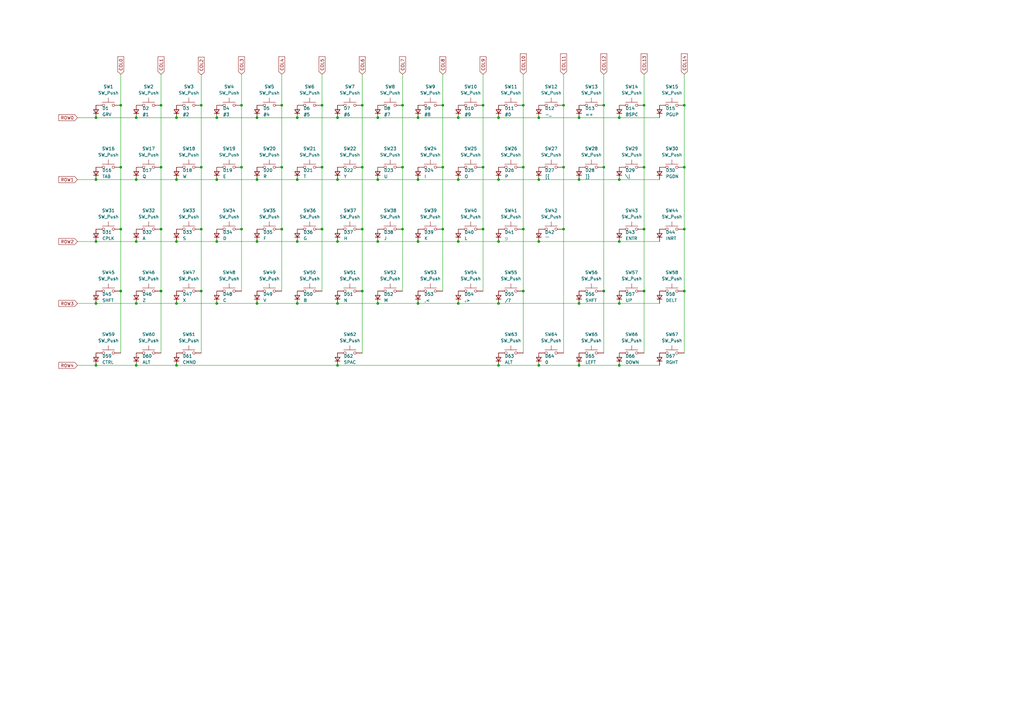
<source format=kicad_sch>
(kicad_sch (version 20211123) (generator eeschema)
  (paper "A3")
  (lib_symbols
    (symbol "Device:D_Small" (pin_numbers hide) (pin_names (offset 0.254) hide)
      (property "Reference" "D" (at -1.27 2.032 0))
      (property "Value" "D_Small" (at -3.81 -2.032 0))
      (symbol "D_Small_0_1"
        (polyline (pts (xy -0.762 -1.016) (xy -0.762 1.016)) (stroke (width 0.254)))
        (polyline (pts (xy -0.762 0) (xy 0.762 0)))
        (polyline (pts (xy 0.762 -1.016) (xy -0.762 0) (xy 0.762 1.016) (xy 0.762 -1.016)) (stroke (width 0.254)))
      )
      (symbol "D_Small_1_1"
        (pin passive line (at -2.54 0 0) (length 1.778) (name "K") (number "1"))
        (pin passive line (at 2.54 0 180) (length 1.778) (name "A") (number "2"))
      )
    )
    (symbol "Switch:SW_Push" (pin_numbers hide) (pin_names (offset 1.016) hide)
      (property "Reference" "SW" (at 1.27 2.54 0))
      (property "Value" "SW_Push" (at 0 -1.524 0))
      (symbol "SW_Push_0_1"
        (circle (center -2.032 0) (radius 0.508))
        (polyline (pts (xy 0 1.27) (xy 0 3.048)))
        (polyline (pts (xy 2.54 1.27) (xy -2.54 1.27)))
        (circle (center 2.032 0) (radius 0.508))
        (pin passive line (at -5.08 0 0) (length 2.54) (name "1") (number "1"))
        (pin passive line (at 5.08 0 180) (length 2.54) (name "2") (number "2"))
      )
    )
  )
  (junction (at 99.06 43.18))
  (junction (at 88.9 48.26))
  (junction (at 138.43 124.46))
  (junction (at 214.63 119.38))
  (junction (at 115.57 43.18))
  (junction (at 55.88 99.06))
  (junction (at 165.1 93.98))
  (junction (at 121.92 124.46))
  (junction (at 237.49 73.66))
  (junction (at 237.49 149.86))
  (junction (at 72.39 48.26))
  (junction (at 66.04 43.18))
  (junction (at 204.47 48.26))
  (junction (at 121.92 48.26))
  (junction (at 39.37 124.46))
  (junction (at 148.59 68.58))
  (junction (at 154.94 99.06))
  (junction (at 66.04 93.98))
  (junction (at 237.49 48.26))
  (junction (at 132.08 43.18))
  (junction (at 280.67 93.98))
  (junction (at 204.47 99.06))
  (junction (at 187.96 73.66))
  (junction (at 72.39 73.66))
  (junction (at 82.55 43.18))
  (junction (at 214.63 93.98))
  (junction (at 231.14 93.98))
  (junction (at 132.08 93.98))
  (junction (at 247.65 68.58))
  (junction (at 220.98 73.66))
  (junction (at 165.1 43.18))
  (junction (at 66.04 119.38))
  (junction (at 99.06 93.98))
  (junction (at 49.53 93.98))
  (junction (at 214.63 43.18))
  (junction (at 49.53 43.18))
  (junction (at 115.57 93.98))
  (junction (at 187.96 124.46))
  (junction (at 105.41 99.06))
  (junction (at 82.55 93.98))
  (junction (at 198.12 93.98))
  (junction (at 82.55 119.38))
  (junction (at 132.08 68.58))
  (junction (at 82.55 68.58))
  (junction (at 198.12 43.18))
  (junction (at 154.94 124.46))
  (junction (at 138.43 73.66))
  (junction (at 220.98 149.86))
  (junction (at 39.37 99.06))
  (junction (at 49.53 119.38))
  (junction (at 115.57 68.58))
  (junction (at 181.61 68.58))
  (junction (at 280.67 68.58))
  (junction (at 254 149.86))
  (junction (at 204.47 73.66))
  (junction (at 55.88 73.66))
  (junction (at 165.1 68.58))
  (junction (at 187.96 48.26))
  (junction (at 138.43 149.86))
  (junction (at 39.37 73.66))
  (junction (at 214.63 68.58))
  (junction (at 88.9 73.66))
  (junction (at 171.45 124.46))
  (junction (at 254 73.66))
  (junction (at 171.45 48.26))
  (junction (at 105.41 73.66))
  (junction (at 181.61 43.18))
  (junction (at 280.67 43.18))
  (junction (at 204.47 149.86))
  (junction (at 254 124.46))
  (junction (at 254 48.26))
  (junction (at 204.47 124.46))
  (junction (at 39.37 149.86))
  (junction (at 55.88 124.46))
  (junction (at 198.12 68.58))
  (junction (at 231.14 68.58))
  (junction (at 121.92 99.06))
  (junction (at 88.9 124.46))
  (junction (at 231.14 43.18))
  (junction (at 247.65 119.38))
  (junction (at 55.88 48.26))
  (junction (at 49.53 68.58))
  (junction (at 66.04 68.58))
  (junction (at 148.59 93.98))
  (junction (at 247.65 43.18))
  (junction (at 55.88 149.86))
  (junction (at 72.39 149.86))
  (junction (at 148.59 43.18))
  (junction (at 39.37 48.26))
  (junction (at 105.41 48.26))
  (junction (at 220.98 99.06))
  (junction (at 72.39 99.06))
  (junction (at 121.92 73.66))
  (junction (at 264.16 43.18))
  (junction (at 187.96 99.06))
  (junction (at 72.39 124.46))
  (junction (at 264.16 119.38))
  (junction (at 99.06 68.58))
  (junction (at 138.43 48.26))
  (junction (at 280.67 119.38))
  (junction (at 264.16 68.58))
  (junction (at 148.59 119.38))
  (junction (at 181.61 93.98))
  (junction (at 264.16 93.98))
  (junction (at 138.43 99.06))
  (junction (at 237.49 124.46))
  (junction (at 88.9 99.06))
  (junction (at 171.45 99.06))
  (junction (at 105.41 124.46))
  (junction (at 171.45 73.66))
  (junction (at 154.94 73.66))
  (junction (at 220.98 48.26))
  (junction (at 254 99.06))
  (junction (at 154.94 48.26))
  (wire (pts (xy 165.1 30.48) (xy 165.1 43.18)))
  (wire (pts (xy 231.14 68.58) (xy 231.14 93.98)))
  (wire (pts (xy 31.75 48.26) (xy 39.37 48.26)))
  (wire (pts (xy 171.45 73.66) (xy 187.96 73.66)))
  (wire (pts (xy 198.12 93.98) (xy 198.12 119.38)))
  (wire (pts (xy 105.41 48.26) (xy 121.92 48.26)))
  (wire (pts (xy 171.45 99.06) (xy 187.96 99.06)))
  (wire (pts (xy 220.98 149.86) (xy 237.49 149.86)))
  (wire (pts (xy 138.43 48.26) (xy 154.94 48.26)))
  (wire (pts (xy 115.57 68.58) (xy 115.57 93.98)))
  (wire (pts (xy 254 124.46) (xy 270.51 124.46)))
  (wire (pts (xy 72.39 73.66) (xy 88.9 73.66)))
  (wire (pts (xy 138.43 149.86) (xy 204.47 149.86)))
  (wire (pts (xy 88.9 48.26) (xy 105.41 48.26)))
  (wire (pts (xy 231.14 30.48) (xy 231.14 43.18)))
  (wire (pts (xy 82.55 43.18) (xy 82.55 68.58)))
  (wire (pts (xy 198.12 30.48) (xy 198.12 43.18)))
  (wire (pts (xy 115.57 30.48) (xy 115.57 43.18)))
  (wire (pts (xy 204.47 149.86) (xy 220.98 149.86)))
  (wire (pts (xy 187.96 124.46) (xy 204.47 124.46)))
  (wire (pts (xy 55.88 124.46) (xy 72.39 124.46)))
  (wire (pts (xy 237.49 124.46) (xy 254 124.46)))
  (wire (pts (xy 204.47 99.06) (xy 220.98 99.06)))
  (wire (pts (xy 247.65 43.18) (xy 247.65 68.58)))
  (wire (pts (xy 247.65 30.48) (xy 247.65 43.18)))
  (wire (pts (xy 39.37 48.26) (xy 55.88 48.26)))
  (wire (pts (xy 154.94 99.06) (xy 171.45 99.06)))
  (wire (pts (xy 148.59 68.58) (xy 148.59 93.98)))
  (wire (pts (xy 105.41 99.06) (xy 121.92 99.06)))
  (wire (pts (xy 121.92 99.06) (xy 138.43 99.06)))
  (wire (pts (xy 198.12 43.18) (xy 198.12 68.58)))
  (wire (pts (xy 132.08 30.48) (xy 132.08 43.18)))
  (wire (pts (xy 148.59 30.48) (xy 148.59 43.18)))
  (wire (pts (xy 264.16 119.38) (xy 264.16 144.78)))
  (wire (pts (xy 237.49 73.66) (xy 254 73.66)))
  (wire (pts (xy 187.96 73.66) (xy 204.47 73.66)))
  (wire (pts (xy 72.39 124.46) (xy 88.9 124.46)))
  (wire (pts (xy 181.61 43.18) (xy 181.61 68.58)))
  (wire (pts (xy 204.47 73.66) (xy 220.98 73.66)))
  (wire (pts (xy 154.94 124.46) (xy 171.45 124.46)))
  (wire (pts (xy 214.63 119.38) (xy 214.63 144.78)))
  (wire (pts (xy 214.63 68.58) (xy 214.63 93.98)))
  (wire (pts (xy 148.59 43.18) (xy 148.59 68.58)))
  (wire (pts (xy 181.61 68.58) (xy 181.61 93.98)))
  (wire (pts (xy 82.55 68.58) (xy 82.55 93.98)))
  (wire (pts (xy 39.37 124.46) (xy 55.88 124.46)))
  (wire (pts (xy 214.63 93.98) (xy 214.63 119.38)))
  (wire (pts (xy 31.75 149.86) (xy 39.37 149.86)))
  (wire (pts (xy 214.63 43.18) (xy 214.63 68.58)))
  (wire (pts (xy 237.49 48.26) (xy 254 48.26)))
  (wire (pts (xy 181.61 30.48) (xy 181.61 43.18)))
  (wire (pts (xy 99.06 93.98) (xy 99.06 119.38)))
  (wire (pts (xy 254 73.66) (xy 270.51 73.66)))
  (wire (pts (xy 237.49 149.86) (xy 254 149.86)))
  (wire (pts (xy 171.45 124.46) (xy 187.96 124.46)))
  (wire (pts (xy 55.88 149.86) (xy 72.39 149.86)))
  (wire (pts (xy 254 48.26) (xy 270.51 48.26)))
  (wire (pts (xy 264.16 93.98) (xy 264.16 119.38)))
  (wire (pts (xy 138.43 124.46) (xy 154.94 124.46)))
  (wire (pts (xy 66.04 93.98) (xy 66.04 119.38)))
  (wire (pts (xy 49.53 43.18) (xy 49.53 68.58)))
  (wire (pts (xy 55.88 73.66) (xy 72.39 73.66)))
  (wire (pts (xy 204.47 124.46) (xy 237.49 124.46)))
  (wire (pts (xy 280.67 68.58) (xy 280.67 93.98)))
  (wire (pts (xy 66.04 43.18) (xy 66.04 68.58)))
  (wire (pts (xy 214.63 30.48) (xy 214.63 43.18)))
  (wire (pts (xy 220.98 48.26) (xy 237.49 48.26)))
  (wire (pts (xy 55.88 48.26) (xy 72.39 48.26)))
  (wire (pts (xy 88.9 99.06) (xy 105.41 99.06)))
  (wire (pts (xy 49.53 30.48) (xy 49.53 43.18)))
  (wire (pts (xy 115.57 93.98) (xy 115.57 119.38)))
  (wire (pts (xy 280.67 30.48) (xy 280.67 43.18)))
  (wire (pts (xy 121.92 48.26) (xy 138.43 48.26)))
  (wire (pts (xy 171.45 48.26) (xy 187.96 48.26)))
  (wire (pts (xy 115.57 43.18) (xy 115.57 68.58)))
  (wire (pts (xy 132.08 93.98) (xy 132.08 119.38)))
  (wire (pts (xy 138.43 99.06) (xy 154.94 99.06)))
  (wire (pts (xy 31.75 124.46) (xy 39.37 124.46)))
  (wire (pts (xy 154.94 48.26) (xy 171.45 48.26)))
  (wire (pts (xy 66.04 68.58) (xy 66.04 93.98)))
  (wire (pts (xy 165.1 68.58) (xy 165.1 93.98)))
  (wire (pts (xy 264.16 43.18) (xy 264.16 68.58)))
  (wire (pts (xy 99.06 30.48) (xy 99.06 43.18)))
  (wire (pts (xy 82.55 30.48) (xy 82.55 43.18)))
  (wire (pts (xy 254 149.86) (xy 270.51 149.86)))
  (wire (pts (xy 247.65 119.38) (xy 247.65 144.78)))
  (wire (pts (xy 198.12 68.58) (xy 198.12 93.98)))
  (wire (pts (xy 55.88 99.06) (xy 72.39 99.06)))
  (wire (pts (xy 220.98 99.06) (xy 254 99.06)))
  (wire (pts (xy 31.75 73.66) (xy 39.37 73.66)))
  (wire (pts (xy 280.67 119.38) (xy 280.67 144.78)))
  (wire (pts (xy 99.06 68.58) (xy 99.06 93.98)))
  (wire (pts (xy 165.1 43.18) (xy 165.1 68.58)))
  (wire (pts (xy 82.55 119.38) (xy 82.55 144.78)))
  (wire (pts (xy 165.1 93.98) (xy 165.1 119.38)))
  (wire (pts (xy 49.53 93.98) (xy 49.53 119.38)))
  (wire (pts (xy 231.14 93.98) (xy 231.14 144.78)))
  (wire (pts (xy 72.39 99.06) (xy 88.9 99.06)))
  (wire (pts (xy 49.53 68.58) (xy 49.53 93.98)))
  (wire (pts (xy 247.65 68.58) (xy 247.65 119.38)))
  (wire (pts (xy 231.14 43.18) (xy 231.14 68.58)))
  (wire (pts (xy 66.04 30.48) (xy 66.04 43.18)))
  (wire (pts (xy 132.08 43.18) (xy 132.08 68.58)))
  (wire (pts (xy 148.59 93.98) (xy 148.59 119.38)))
  (wire (pts (xy 121.92 124.46) (xy 138.43 124.46)))
  (wire (pts (xy 66.04 119.38) (xy 66.04 144.78)))
  (wire (pts (xy 99.06 43.18) (xy 99.06 68.58)))
  (wire (pts (xy 31.75 99.06) (xy 39.37 99.06)))
  (wire (pts (xy 88.9 124.46) (xy 105.41 124.46)))
  (wire (pts (xy 280.67 43.18) (xy 280.67 68.58)))
  (wire (pts (xy 72.39 48.26) (xy 88.9 48.26)))
  (wire (pts (xy 254 99.06) (xy 270.51 99.06)))
  (wire (pts (xy 280.67 93.98) (xy 280.67 119.38)))
  (wire (pts (xy 187.96 99.06) (xy 204.47 99.06)))
  (wire (pts (xy 138.43 73.66) (xy 154.94 73.66)))
  (wire (pts (xy 105.41 73.66) (xy 121.92 73.66)))
  (wire (pts (xy 121.92 73.66) (xy 138.43 73.66)))
  (wire (pts (xy 82.55 93.98) (xy 82.55 119.38)))
  (wire (pts (xy 39.37 149.86) (xy 55.88 149.86)))
  (wire (pts (xy 187.96 48.26) (xy 204.47 48.26)))
  (wire (pts (xy 220.98 73.66) (xy 237.49 73.66)))
  (wire (pts (xy 148.59 119.38) (xy 148.59 144.78)))
  (wire (pts (xy 39.37 99.06) (xy 55.88 99.06)))
  (wire (pts (xy 204.47 48.26) (xy 220.98 48.26)))
  (wire (pts (xy 181.61 93.98) (xy 181.61 119.38)))
  (wire (pts (xy 39.37 73.66) (xy 55.88 73.66)))
  (wire (pts (xy 72.39 149.86) (xy 138.43 149.86)))
  (wire (pts (xy 264.16 68.58) (xy 264.16 93.98)))
  (wire (pts (xy 105.41 124.46) (xy 121.92 124.46)))
  (wire (pts (xy 154.94 73.66) (xy 171.45 73.66)))
  (wire (pts (xy 88.9 73.66) (xy 105.41 73.66)))
  (wire (pts (xy 49.53 119.38) (xy 49.53 144.78)))
  (wire (pts (xy 132.08 68.58) (xy 132.08 93.98)))
  (wire (pts (xy 264.16 30.48) (xy 264.16 43.18)))
  (global_label "COL13" (shape input) (at 264.16 30.48 90) (property "Intersheet References" "${INTERSHEET_REFS}" (effects hide)))
  (global_label "COL1" (shape input) (at 66.04 30.48 90) (property "Intersheet References" "${INTERSHEET_REFS}" (effects hide)))
  (global_label "COL4" (shape input) (at 115.57 30.48 90) (property "Intersheet References" "${INTERSHEET_REFS}" (effects hide)))
  (global_label "ROW4" (shape input) (at 31.75 149.86 180) (property "Intersheet References" "${INTERSHEET_REFS}" (effects hide)))
  (global_label "COL14" (shape input) (at 280.67 30.48 90) (property "Intersheet References" "${INTERSHEET_REFS}" (effects hide)))
  (global_label "COL2" (shape input) (at 82.55 30.695 90) (property "Intersheet References" "${INTERSHEET_REFS}" (effects hide)))
  (global_label "COL3" (shape input) (at 99.06 30.48 90) (property "Intersheet References" "${INTERSHEET_REFS}" (effects hide)))
  (global_label "COL7" (shape input) (at 165.1 30.48 90) (property "Intersheet References" "${INTERSHEET_REFS}" (effects hide)))
  (global_label "COL8" (shape input) (at 181.61 30.48 90) (property "Intersheet References" "${INTERSHEET_REFS}" (effects hide)))
  (global_label "COL9" (shape input) (at 198.12 30.48 90) (property "Intersheet References" "${INTERSHEET_REFS}" (effects hide)))
  (global_label "ROW1" (shape input) (at 31.75 73.66 180) (property "Intersheet References" "${INTERSHEET_REFS}" (effects hide)))
  (global_label "COL11" (shape input) (at 231.14 30.48 90) (property "Intersheet References" "${INTERSHEET_REFS}" (effects hide)))
  (global_label "ROW2" (shape input) (at 31.75 99.06 180) (property "Intersheet References" "${INTERSHEET_REFS}" (effects hide)))
  (global_label "COL5" (shape input) (at 132.08 30.48 90) (property "Intersheet References" "${INTERSHEET_REFS}" (effects hide)))
  (global_label "COL12" (shape input) (at 247.65 30.48 90) (property "Intersheet References" "${INTERSHEET_REFS}" (effects hide)))
  (global_label "ROW3" (shape input) (at 31.75 124.46 180) (property "Intersheet References" "${INTERSHEET_REFS}" (effects hide)))
  (global_label "COL10" (shape input) (at 214.63 30.48 90) (property "Intersheet References" "${INTERSHEET_REFS}" (effects hide)))
  (global_label "ROW0" (shape input) (at 31.75 48.26 180) (property "Intersheet References" "${INTERSHEET_REFS}" (effects hide)))
  (global_label "COL6" (shape input) (at 148.59 30.48 90) (property "Intersheet References" "${INTERSHEET_REFS}" (effects hide)))
  (global_label "COL0" (shape input) (at 49.53 30.48 90) (property "Intersheet References" "${INTERSHEET_REFS}" (effects hide)))
  (symbol (lib_id "Switch:SW_Push") (at 143.51 68.58 0) (unit 1)
    (property "Reference" "SW22" (at 143.51 60.96 0))
    (property "Value" "SW_Push" (at 143.51 63.5 0))
  )
  (symbol (lib_id "Switch:SW_Push") (at 176.53 43.18 0) (unit 1)
    (property "Reference" "SW9" (at 176.53 35.56 0))
    (property "Value" "SW_Push" (at 176.53 38.1 0))
  )
  (symbol (lib_id "Switch:SW_Push") (at 259.08 144.78 0) (unit 1)
    (property "Reference" "SW66" (at 259.08 137.16 0))
    (property "Value" "SW_Push" (at 259.08 139.7 0))
  )
  (symbol (lib_id "Device:D_Small") (at 72.39 96.52 90) (unit 1)
    (property "Reference" "D33" (at 74.93 95.2499 90) (effects (justify right)))
    (property "Value" "S" (at 74.93 97.7899 90) (effects (justify right)))
  )
  (symbol (lib_id "Device:D_Small") (at 220.98 96.52 90) (unit 1)
    (property "Reference" "D42" (at 223.52 95.2499 90) (effects (justify right)))
    (property "Value" "'\"" (at 223.52 97.7899 90) (effects (justify right)))
  )
  (symbol (lib_id "Device:D_Small") (at 39.37 71.12 90) (unit 1)
    (property "Reference" "D16" (at 41.91 69.8499 90) (effects (justify right)))
    (property "Value" "TAB" (at 41.91 72.3899 90) (effects (justify right)))
  )
  (symbol (lib_id "Device:D_Small") (at 254 121.92 90) (unit 1)
    (property "Reference" "D57" (at 256.54 120.6499 90) (effects (justify right)))
    (property "Value" "UP" (at 256.54 123.1899 90) (effects (justify right)))
  )
  (symbol (lib_id "Switch:SW_Push") (at 93.98 119.38 0) (unit 1)
    (property "Reference" "SW48" (at 93.98 111.76 0))
    (property "Value" "SW_Push" (at 93.98 114.3 0))
  )
  (symbol (lib_id "Device:D_Small") (at 154.94 121.92 90) (unit 1)
    (property "Reference" "D52" (at 157.48 120.6499 90) (effects (justify right)))
    (property "Value" "M" (at 157.48 123.1899 90) (effects (justify right)))
  )
  (symbol (lib_id "Switch:SW_Push") (at 209.55 43.18 0) (unit 1)
    (property "Reference" "SW11" (at 209.55 35.56 0))
    (property "Value" "SW_Push" (at 209.55 38.1 0))
  )
  (symbol (lib_id "Device:D_Small") (at 270.51 96.52 90) (unit 1)
    (property "Reference" "D44" (at 273.05 95.2499 90) (effects (justify right)))
    (property "Value" "INRT" (at 273.05 97.7899 90) (effects (justify right)))
  )
  (symbol (lib_id "Switch:SW_Push") (at 93.98 43.18 0) (unit 1)
    (property "Reference" "SW4" (at 93.98 35.56 0))
    (property "Value" "SW_Push" (at 93.98 38.1 0))
  )
  (symbol (lib_id "Switch:SW_Push") (at 160.02 93.98 0) (unit 1)
    (property "Reference" "SW38" (at 160.02 86.36 0))
    (property "Value" "SW_Push" (at 160.02 88.9 0))
  )
  (symbol (lib_id "Switch:SW_Push") (at 127 68.58 0) (unit 1)
    (property "Reference" "SW21" (at 127 60.96 0))
    (property "Value" "SW_Push" (at 127 63.5 0))
  )
  (symbol (lib_id "Switch:SW_Push") (at 226.06 144.78 0) (unit 1)
    (property "Reference" "SW64" (at 226.06 137.16 0))
    (property "Value" "SW_Push" (at 226.06 139.7 0))
  )
  (symbol (lib_id "Switch:SW_Push") (at 275.59 93.98 0) (unit 1)
    (property "Reference" "SW44" (at 275.59 86.36 0))
    (property "Value" "SW_Push" (at 275.59 88.9 0))
  )
  (symbol (lib_id "Switch:SW_Push") (at 275.59 144.78 0) (unit 1)
    (property "Reference" "SW67" (at 275.59 137.16 0))
    (property "Value" "SW_Push" (at 275.59 139.7 0))
  )
  (symbol (lib_id "Switch:SW_Push") (at 44.45 144.78 0) (unit 1)
    (property "Reference" "SW59" (at 44.45 137.16 0))
    (property "Value" "SW_Push" (at 44.45 139.7 0))
  )
  (symbol (lib_id "Switch:SW_Push") (at 226.06 68.58 0) (unit 1)
    (property "Reference" "SW27" (at 226.06 60.96 0))
    (property "Value" "SW_Push" (at 226.06 63.5 0))
  )
  (symbol (lib_id "Switch:SW_Push") (at 77.47 119.38 0) (unit 1)
    (property "Reference" "SW47" (at 77.47 111.76 0))
    (property "Value" "SW_Push" (at 77.47 114.3 0))
  )
  (symbol (lib_id "Switch:SW_Push") (at 60.96 93.98 0) (unit 1)
    (property "Reference" "SW32" (at 60.96 86.36 0))
    (property "Value" "SW_Push" (at 60.96 88.9 0))
  )
  (symbol (lib_id "Device:D_Small") (at 105.41 121.92 90) (unit 1)
    (property "Reference" "D49" (at 107.95 120.6499 90) (effects (justify right)))
    (property "Value" "V" (at 107.95 123.1899 90) (effects (justify right)))
  )
  (symbol (lib_id "Switch:SW_Push") (at 193.04 93.98 0) (unit 1)
    (property "Reference" "SW40" (at 193.04 86.36 0))
    (property "Value" "SW_Push" (at 193.04 88.9 0))
  )
  (symbol (lib_id "Switch:SW_Push") (at 242.57 144.78 0) (unit 1)
    (property "Reference" "SW65" (at 242.57 137.16 0))
    (property "Value" "SW_Push" (at 242.57 139.7 0))
  )
  (symbol (lib_id "Switch:SW_Push") (at 176.53 119.38 0) (unit 1)
    (property "Reference" "SW53" (at 176.53 111.76 0))
    (property "Value" "SW_Push" (at 176.53 114.3 0))
  )
  (symbol (lib_id "Device:D_Small") (at 187.96 45.72 90) (unit 1)
    (property "Reference" "D10" (at 190.5 44.4499 90) (effects (justify right)))
    (property "Value" "#9" (at 190.5 46.9899 90) (effects (justify right)))
  )
  (symbol (lib_id "Switch:SW_Push") (at 160.02 43.18 0) (unit 1)
    (property "Reference" "SW8" (at 160.02 35.56 0))
    (property "Value" "SW_Push" (at 160.02 38.1 0))
  )
  (symbol (lib_id "Device:D_Small") (at 105.41 96.52 90) (unit 1)
    (property "Reference" "D35" (at 107.95 95.2499 90) (effects (justify right)))
    (property "Value" "F" (at 107.95 97.7899 90) (effects (justify right)))
  )
  (symbol (lib_id "Switch:SW_Push") (at 93.98 93.98 0) (unit 1)
    (property "Reference" "SW34" (at 93.98 86.36 0))
    (property "Value" "SW_Push" (at 93.98 88.9 0))
  )
  (symbol (lib_id "Switch:SW_Push") (at 275.59 43.18 0) (unit 1)
    (property "Reference" "SW15" (at 275.59 35.56 0))
    (property "Value" "SW_Push" (at 275.59 38.1 0))
  )
  (symbol (lib_id "Switch:SW_Push") (at 259.08 43.18 0) (unit 1)
    (property "Reference" "SW14" (at 259.08 35.56 0))
    (property "Value" "SW_Push" (at 259.08 38.1 0))
  )
  (symbol (lib_id "Switch:SW_Push") (at 143.51 43.18 0) (unit 1)
    (property "Reference" "SW7" (at 143.51 35.56 0))
    (property "Value" "SW_Push" (at 143.51 38.1 0))
  )
  (symbol (lib_id "Device:D_Small") (at 121.92 121.92 90) (unit 1)
    (property "Reference" "D50" (at 124.46 120.6499 90) (effects (justify right)))
    (property "Value" "B" (at 124.46 123.1899 90) (effects (justify right)))
  )
  (symbol (lib_id "Switch:SW_Push") (at 44.45 43.18 0) (unit 1)
    (property "Reference" "SW1" (at 44.45 35.56 0))
    (property "Value" "SW_Push" (at 44.45 38.1 0))
  )
  (symbol (lib_id "Device:D_Small") (at 171.45 96.52 90) (unit 1)
    (property "Reference" "D39" (at 173.99 95.2499 90) (effects (justify right)))
    (property "Value" "K" (at 173.99 97.7899 90) (effects (justify right)))
  )
  (symbol (lib_id "Device:D_Small") (at 105.41 71.12 90) (unit 1)
    (property "Reference" "D20" (at 107.95 69.8499 90) (effects (justify right)))
    (property "Value" "R" (at 107.95 72.3899 90) (effects (justify right)))
  )
  (symbol (lib_id "Device:D_Small") (at 270.51 71.12 90) (unit 1)
    (property "Reference" "D30" (at 273.05 69.8499 90) (effects (justify right)))
    (property "Value" "PGDN" (at 273.05 72.3899 90) (effects (justify right)))
  )
  (symbol (lib_id "Switch:SW_Push") (at 93.98 68.58 0) (unit 1)
    (property "Reference" "SW19" (at 93.98 60.96 0))
    (property "Value" "SW_Push" (at 93.98 63.5 0))
  )
  (symbol (lib_id "Device:D_Small") (at 55.88 45.72 90) (unit 1)
    (property "Reference" "D2" (at 58.42 44.4499 90) (effects (justify right)))
    (property "Value" "#1" (at 58.42 46.9899 90) (effects (justify right)))
  )
  (symbol (lib_id "Switch:SW_Push") (at 143.51 144.78 0) (unit 1)
    (property "Reference" "SW62" (at 143.51 137.16 0))
    (property "Value" "SW_Push" (at 143.51 139.7 0))
  )
  (symbol (lib_id "Switch:SW_Push") (at 242.57 119.38 0) (unit 1)
    (property "Reference" "SW56" (at 242.57 111.76 0))
    (property "Value" "SW_Push" (at 242.57 114.3 0))
  )
  (symbol (lib_id "Device:D_Small") (at 72.39 45.72 90) (unit 1)
    (property "Reference" "D3" (at 74.93 44.4499 90) (effects (justify right)))
    (property "Value" "#2" (at 74.93 46.9899 90) (effects (justify right)))
  )
  (symbol (lib_id "Device:D_Small") (at 204.47 45.72 90) (unit 1)
    (property "Reference" "D11" (at 207.01 44.4499 90) (effects (justify right)))
    (property "Value" "#0" (at 207.01 46.9899 90) (effects (justify right)))
  )
  (symbol (lib_id "Device:D_Small") (at 88.9 71.12 90) (unit 1)
    (property "Reference" "D19" (at 91.44 69.8499 90) (effects (justify right)))
    (property "Value" "E" (at 91.44 72.3899 90) (effects (justify right)))
  )
  (symbol (lib_id "Switch:SW_Push") (at 242.57 43.18 0) (unit 1)
    (property "Reference" "SW13" (at 242.57 35.56 0))
    (property "Value" "SW_Push" (at 242.57 38.1 0))
  )
  (symbol (lib_id "Switch:SW_Push") (at 242.57 68.58 0) (unit 1)
    (property "Reference" "SW28" (at 242.57 60.96 0))
    (property "Value" "SW_Push" (at 242.57 63.5 0))
  )
  (symbol (lib_id "Device:D_Small") (at 237.49 147.32 90) (unit 1)
    (property "Reference" "D65" (at 240.03 146.0499 90) (effects (justify right)))
    (property "Value" "LEFT" (at 240.03 148.5899 90) (effects (justify right)))
  )
  (symbol (lib_id "Switch:SW_Push") (at 60.96 119.38 0) (unit 1)
    (property "Reference" "SW46" (at 60.96 111.76 0))
    (property "Value" "SW_Push" (at 60.96 114.3 0))
  )
  (symbol (lib_id "Switch:SW_Push") (at 226.06 93.98 0) (unit 1)
    (property "Reference" "SW42" (at 226.06 86.36 0))
    (property "Value" "SW_Push" (at 226.06 88.9 0))
  )
  (symbol (lib_id "Device:D_Small") (at 88.9 96.52 90) (unit 1)
    (property "Reference" "D34" (at 91.44 95.2499 90) (effects (justify right)))
    (property "Value" "D" (at 91.44 97.7899 90) (effects (justify right)))
  )
  (symbol (lib_id "Device:D_Small") (at 154.94 96.52 90) (unit 1)
    (property "Reference" "D38" (at 157.48 95.2499 90) (effects (justify right)))
    (property "Value" "J" (at 157.48 97.7899 90) (effects (justify right)))
  )
  (symbol (lib_id "Switch:SW_Push") (at 259.08 93.98 0) (unit 1)
    (property "Reference" "SW43" (at 259.08 86.36 0))
    (property "Value" "SW_Push" (at 259.08 88.9 0))
  )
  (symbol (lib_id "Device:D_Small") (at 138.43 45.72 90) (unit 1)
    (property "Reference" "D7" (at 140.97 44.4499 90) (effects (justify right)))
    (property "Value" "#6" (at 140.97 46.9899 90) (effects (justify right)))
  )
  (symbol (lib_id "Device:D_Small") (at 270.51 45.72 90) (unit 1)
    (property "Reference" "D15" (at 273.05 44.4499 90) (effects (justify right)))
    (property "Value" "PGUP" (at 273.05 46.9899 90) (effects (justify right)))
  )
  (symbol (lib_id "Device:D_Small") (at 220.98 147.32 90) (unit 1)
    (property "Reference" "D64" (at 223.52 146.0499 90) (effects (justify right)))
    (property "Value" "0" (at 223.52 148.5899 90) (effects (justify right)))
  )
  (symbol (lib_id "Device:D_Small") (at 237.49 45.72 90) (unit 1)
    (property "Reference" "D13" (at 240.03 44.4499 90) (effects (justify right)))
    (property "Value" "=+" (at 240.03 46.9899 90) (effects (justify right)))
  )
  (symbol (lib_id "Switch:SW_Push") (at 259.08 68.58 0) (unit 1)
    (property "Reference" "SW29" (at 259.08 60.96 0))
    (property "Value" "SW_Push" (at 259.08 63.5 0))
  )
  (symbol (lib_id "Device:D_Small") (at 237.49 121.92 90) (unit 1)
    (property "Reference" "D56" (at 240.03 120.6499 90) (effects (justify right)))
    (property "Value" "SHFT" (at 240.03 123.1899 90) (effects (justify right)))
  )
  (symbol (lib_id "Device:D_Small") (at 220.98 45.72 90) (unit 1)
    (property "Reference" "D12" (at 223.52 44.4499 90) (effects (justify right)))
    (property "Value" "-_" (at 223.52 46.9899 90) (effects (justify right)))
  )
  (symbol (lib_id "Switch:SW_Push") (at 110.49 43.18 0) (unit 1)
    (property "Reference" "SW5" (at 110.49 35.56 0))
    (property "Value" "SW_Push" (at 110.49 38.1 0))
  )
  (symbol (lib_id "Switch:SW_Push") (at 209.55 119.38 0) (unit 1)
    (property "Reference" "SW55" (at 209.55 111.76 0))
    (property "Value" "SW_Push" (at 209.55 114.3 0))
  )
  (symbol (lib_id "Switch:SW_Push") (at 209.55 144.78 0) (unit 1)
    (property "Reference" "SW63" (at 209.55 137.16 0))
    (property "Value" "SW_Push" (at 209.55 139.7 0))
  )
  (symbol (lib_id "Switch:SW_Push") (at 226.06 43.18 0) (unit 1)
    (property "Reference" "SW12" (at 226.06 35.56 0))
    (property "Value" "SW_Push" (at 226.06 38.1 0))
  )
  (symbol (lib_id "Device:D_Small") (at 171.45 71.12 90) (unit 1)
    (property "Reference" "D24" (at 173.99 69.8499 90) (effects (justify right)))
    (property "Value" "I" (at 173.99 72.3899 90) (effects (justify right)))
  )
  (symbol (lib_id "Device:D_Small") (at 121.92 96.52 90) (unit 1)
    (property "Reference" "D36" (at 124.46 95.2499 90) (effects (justify right)))
    (property "Value" "G" (at 124.46 97.7899 90) (effects (justify right)))
  )
  (symbol (lib_id "Device:D_Small") (at 55.88 121.92 90) (unit 1)
    (property "Reference" "D46" (at 58.42 120.6499 90) (effects (justify right)))
    (property "Value" "Z" (at 58.42 123.1899 90) (effects (justify right)))
  )
  (symbol (lib_id "Device:D_Small") (at 204.47 96.52 90) (unit 1)
    (property "Reference" "D41" (at 207.01 95.2499 90) (effects (justify right)))
    (property "Value" ";:" (at 207.01 97.7899 90) (effects (justify right)))
  )
  (symbol (lib_id "Switch:SW_Push") (at 60.96 43.18 0) (unit 1)
    (property "Reference" "SW2" (at 60.96 35.56 0))
    (property "Value" "SW_Push" (at 60.96 38.1 0))
  )
  (symbol (lib_id "Device:D_Small") (at 254 147.32 90) (unit 1)
    (property "Reference" "D66" (at 256.54 146.0499 90) (effects (justify right)))
    (property "Value" "DOWN" (at 256.54 148.5899 90) (effects (justify right)))
  )
  (symbol (lib_id "Device:D_Small") (at 204.47 121.92 90) (unit 1)
    (property "Reference" "D55" (at 207.01 120.6499 90) (effects (justify right)))
    (property "Value" "/?" (at 207.01 123.1899 90) (effects (justify right)))
  )
  (symbol (lib_id "Switch:SW_Push") (at 77.47 68.58 0) (unit 1)
    (property "Reference" "SW18" (at 77.47 60.96 0))
    (property "Value" "SW_Push" (at 77.47 63.5 0))
  )
  (symbol (lib_id "Switch:SW_Push") (at 77.47 144.78 0) (unit 1)
    (property "Reference" "SW61" (at 77.47 137.16 0))
    (property "Value" "SW_Push" (at 77.47 139.7 0))
  )
  (symbol (lib_id "Switch:SW_Push") (at 259.08 119.38 0) (unit 1)
    (property "Reference" "SW57" (at 259.08 111.76 0))
    (property "Value" "SW_Push" (at 259.08 114.3 0))
  )
  (symbol (lib_id "Device:D_Small") (at 204.47 147.32 90) (unit 1)
    (property "Reference" "D63" (at 207.01 146.0499 90) (effects (justify right)))
    (property "Value" "ALT" (at 207.01 148.5899 90) (effects (justify right)))
  )
  (symbol (lib_id "Switch:SW_Push") (at 176.53 93.98 0) (unit 1)
    (property "Reference" "SW39" (at 176.53 86.36 0))
    (property "Value" "SW_Push" (at 176.53 88.9 0))
  )
  (symbol (lib_id "Switch:SW_Push") (at 110.49 119.38 0) (unit 1)
    (property "Reference" "SW49" (at 110.49 111.76 0))
    (property "Value" "SW_Push" (at 110.49 114.3 0))
  )
  (symbol (lib_id "Device:D_Small") (at 138.43 147.32 90) (unit 1)
    (property "Reference" "D62" (at 140.97 146.0499 90) (effects (justify right)))
    (property "Value" "SPAC" (at 140.97 148.5899 90) (effects (justify right)))
  )
  (symbol (lib_id "Device:D_Small") (at 254 96.52 90) (unit 1)
    (property "Reference" "D43" (at 256.54 95.2499 90) (effects (justify right)))
    (property "Value" "ENTR" (at 256.54 97.7899 90) (effects (justify right)))
  )
  (symbol (lib_id "Switch:SW_Push") (at 110.49 68.58 0) (unit 1)
    (property "Reference" "SW20" (at 110.49 60.96 0))
    (property "Value" "SW_Push" (at 110.49 63.5 0))
  )
  (symbol (lib_id "Device:D_Small") (at 88.9 45.72 90) (unit 1)
    (property "Reference" "D4" (at 91.44 44.4499 90) (effects (justify right)))
    (property "Value" "#3" (at 91.44 46.9899 90) (effects (justify right)))
  )
  (symbol (lib_id "Switch:SW_Push") (at 209.55 93.98 0) (unit 1)
    (property "Reference" "SW41" (at 209.55 86.36 0))
    (property "Value" "SW_Push" (at 209.55 88.9 0))
  )
  (symbol (lib_id "Device:D_Small") (at 154.94 45.72 90) (unit 1)
    (property "Reference" "D8" (at 157.48 44.4499 90) (effects (justify right)))
    (property "Value" "#7" (at 157.48 46.9899 90) (effects (justify right)))
  )
  (symbol (lib_id "Switch:SW_Push") (at 160.02 119.38 0) (unit 1)
    (property "Reference" "SW52" (at 160.02 111.76 0))
    (property "Value" "SW_Push" (at 160.02 114.3 0))
  )
  (symbol (lib_id "Device:D_Small") (at 171.45 45.72 90) (unit 1)
    (property "Reference" "D9" (at 173.99 44.4499 90) (effects (justify right)))
    (property "Value" "#8" (at 173.99 46.9899 90) (effects (justify right)))
  )
  (symbol (lib_id "Device:D_Small") (at 171.45 121.92 90) (unit 1)
    (property "Reference" "D53" (at 173.99 120.6499 90) (effects (justify right)))
    (property "Value" ",<" (at 173.99 123.1899 90) (effects (justify right)))
  )
  (symbol (lib_id "Device:D_Small") (at 72.39 121.92 90) (unit 1)
    (property "Reference" "D47" (at 74.93 120.6499 90) (effects (justify right)))
    (property "Value" "X" (at 74.93 123.1899 90) (effects (justify right)))
  )
  (symbol (lib_id "Device:D_Small") (at 72.39 147.32 90) (unit 1)
    (property "Reference" "D61" (at 74.93 146.0499 90) (effects (justify right)))
    (property "Value" "CMND" (at 74.93 148.5899 90) (effects (justify right)))
  )
  (symbol (lib_id "Device:D_Small") (at 220.98 71.12 90) (unit 1)
    (property "Reference" "D27" (at 223.52 69.8499 90) (effects (justify right)))
    (property "Value" "[{" (at 223.52 72.3899 90) (effects (justify right)))
  )
  (symbol (lib_id "Switch:SW_Push") (at 44.45 68.58 0) (unit 1)
    (property "Reference" "SW16" (at 44.45 60.96 0))
    (property "Value" "SW_Push" (at 44.45 63.5 0))
  )
  (symbol (lib_id "Switch:SW_Push") (at 127 93.98 0) (unit 1)
    (property "Reference" "SW36" (at 127 86.36 0))
    (property "Value" "SW_Push" (at 127 88.9 0))
  )
  (symbol (lib_id "Device:D_Small") (at 55.88 71.12 90) (unit 1)
    (property "Reference" "D17" (at 58.42 69.8499 90) (effects (justify right)))
    (property "Value" "Q" (at 58.42 72.3899 90) (effects (justify right)))
  )
  (symbol (lib_id "Device:D_Small") (at 39.37 96.52 90) (unit 1)
    (property "Reference" "D31" (at 41.91 95.2499 90) (effects (justify right)))
    (property "Value" "CPLK" (at 41.91 97.7899 90) (effects (justify right)))
  )
  (symbol (lib_id "Device:D_Small") (at 72.39 71.12 90) (unit 1)
    (property "Reference" "D18" (at 74.93 69.8499 90) (effects (justify right)))
    (property "Value" "W" (at 74.93 72.3899 90) (effects (justify right)))
  )
  (symbol (lib_id "Device:D_Small") (at 270.51 121.92 90) (unit 1)
    (property "Reference" "D58" (at 273.05 120.6499 90) (effects (justify right)))
    (property "Value" "DELT" (at 273.05 123.1899 90) (effects (justify right)))
  )
  (symbol (lib_id "Device:D_Small") (at 187.96 96.52 90) (unit 1)
    (property "Reference" "D40" (at 190.5 95.2499 90) (effects (justify right)))
    (property "Value" "L" (at 190.5 97.7899 90) (effects (justify right)))
  )
  (symbol (lib_id "Switch:SW_Push") (at 143.51 119.38 0) (unit 1)
    (property "Reference" "SW51" (at 143.51 111.76 0))
    (property "Value" "SW_Push" (at 143.51 114.3 0))
  )
  (symbol (lib_id "Switch:SW_Push") (at 143.51 93.98 0) (unit 1)
    (property "Reference" "SW37" (at 143.51 86.36 0))
    (property "Value" "SW_Push" (at 143.51 88.9 0))
  )
  (symbol (lib_id "Switch:SW_Push") (at 127 43.18 0) (unit 1)
    (property "Reference" "SW6" (at 127 35.56 0))
    (property "Value" "SW_Push" (at 127 38.1 0))
  )
  (symbol (lib_id "Device:D_Small") (at 187.96 121.92 90) (unit 1)
    (property "Reference" "D54" (at 190.5 120.6499 90) (effects (justify right)))
    (property "Value" ".>" (at 190.5 123.1899 90) (effects (justify right)))
  )
  (symbol (lib_id "Device:D_Small") (at 254 45.72 90) (unit 1)
    (property "Reference" "D14" (at 256.54 44.4499 90) (effects (justify right)))
    (property "Value" "BSPC" (at 256.54 46.9899 90) (effects (justify right)))
  )
  (symbol (lib_id "Switch:SW_Push") (at 176.53 68.58 0) (unit 1)
    (property "Reference" "SW24" (at 176.53 60.96 0))
    (property "Value" "SW_Push" (at 176.53 63.5 0))
  )
  (symbol (lib_id "Device:D_Small") (at 138.43 71.12 90) (unit 1)
    (property "Reference" "D22" (at 140.97 69.8499 90) (effects (justify right)))
    (property "Value" "Y" (at 140.97 72.3899 90) (effects (justify right)))
  )
  (symbol (lib_id "Switch:SW_Push") (at 160.02 68.58 0) (unit 1)
    (property "Reference" "SW23" (at 160.02 60.96 0))
    (property "Value" "SW_Push" (at 160.02 63.5 0))
  )
  (symbol (lib_id "Switch:SW_Push") (at 193.04 43.18 0) (unit 1)
    (property "Reference" "SW10" (at 193.04 35.56 0))
    (property "Value" "SW_Push" (at 193.04 38.1 0))
  )
  (symbol (lib_id "Device:D_Small") (at 121.92 45.72 90) (unit 1)
    (property "Reference" "D6" (at 124.46 44.4499 90) (effects (justify right)))
    (property "Value" "#5" (at 124.46 46.9899 90) (effects (justify right)))
  )
  (symbol (lib_id "Device:D_Small") (at 270.51 147.32 90) (unit 1)
    (property "Reference" "D67" (at 273.05 146.0499 90) (effects (justify right)))
    (property "Value" "RGHT" (at 273.05 148.5899 90) (effects (justify right)))
  )
  (symbol (lib_id "Device:D_Small") (at 154.94 71.12 90) (unit 1)
    (property "Reference" "D23" (at 157.48 69.8499 90) (effects (justify right)))
    (property "Value" "U" (at 157.48 72.3899 90) (effects (justify right)))
  )
  (symbol (lib_id "Switch:SW_Push") (at 44.45 93.98 0) (unit 1)
    (property "Reference" "SW31" (at 44.45 86.36 0))
    (property "Value" "SW_Push" (at 44.45 88.9 0))
  )
  (symbol (lib_id "Switch:SW_Push") (at 60.96 144.78 0) (unit 1)
    (property "Reference" "SW60" (at 60.96 137.16 0))
    (property "Value" "SW_Push" (at 60.96 139.7 0))
  )
  (symbol (lib_id "Switch:SW_Push") (at 209.55 68.58 0) (unit 1)
    (property "Reference" "SW26" (at 209.55 60.96 0))
    (property "Value" "SW_Push" (at 209.55 63.5 0))
  )
  (symbol (lib_id "Device:D_Small") (at 138.43 121.92 90) (unit 1)
    (property "Reference" "D51" (at 140.97 120.6499 90) (effects (justify right)))
    (property "Value" "N" (at 140.97 123.1899 90) (effects (justify right)))
  )
  (symbol (lib_id "Switch:SW_Push") (at 127 119.38 0) (unit 1)
    (property "Reference" "SW50" (at 127 111.76 0))
    (property "Value" "SW_Push" (at 127 114.3 0))
  )
  (symbol (lib_id "Switch:SW_Push") (at 77.47 93.98 0) (unit 1)
    (property "Reference" "SW33" (at 77.47 86.36 0))
    (property "Value" "SW_Push" (at 77.47 88.9 0))
  )
  (symbol (lib_id "Switch:SW_Push") (at 110.49 93.98 0) (unit 1)
    (property "Reference" "SW35" (at 110.49 86.36 0))
    (property "Value" "SW_Push" (at 110.49 88.9 0))
  )
  (symbol (lib_id "Device:D_Small") (at 254 71.12 90) (unit 1)
    (property "Reference" "D29" (at 256.54 69.8499 90) (effects (justify right)))
    (property "Value" "\\|" (at 256.54 72.3899 90) (effects (justify right)))
  )
  (symbol (lib_id "Device:D_Small") (at 237.49 71.12 90) (unit 1)
    (property "Reference" "D28" (at 240.03 69.8499 90) (effects (justify right)))
    (property "Value" "]}" (at 240.03 72.3899 90) (effects (justify right)))
  )
  (symbol (lib_id "Device:D_Small") (at 55.88 96.52 90) (unit 1)
    (property "Reference" "D32" (at 58.42 95.2499 90) (effects (justify right)))
    (property "Value" "A" (at 58.42 97.7899 90) (effects (justify right)))
  )
  (symbol (lib_id "Device:D_Small") (at 187.96 71.12 90) (unit 1)
    (property "Reference" "D25" (at 190.5 69.8499 90) (effects (justify right)))
    (property "Value" "O" (at 190.5 72.3899 90) (effects (justify right)))
  )
  (symbol (lib_id "Device:D_Small") (at 138.43 96.52 90) (unit 1)
    (property "Reference" "D37" (at 140.97 95.2499 90) (effects (justify right)))
    (property "Value" "H" (at 140.97 97.7899 90) (effects (justify right)))
  )
  (symbol (lib_id "Switch:SW_Push") (at 44.45 119.38 0) (unit 1)
    (property "Reference" "SW45" (at 44.45 111.76 0))
    (property "Value" "SW_Push" (at 44.45 114.3 0))
  )
  (symbol (lib_id "Switch:SW_Push") (at 193.04 68.58 0) (unit 1)
    (property "Reference" "SW25" (at 193.04 60.96 0))
    (property "Value" "SW_Push" (at 193.04 63.5 0))
  )
  (symbol (lib_id "Switch:SW_Push") (at 60.96 68.58 0) (unit 1)
    (property "Reference" "SW17" (at 60.96 60.96 0))
    (property "Value" "SW_Push" (at 60.96 63.5 0))
  )
  (symbol (lib_id "Device:D_Small") (at 39.37 45.72 90) (unit 1)
    (property "Reference" "D1" (at 41.91 44.4499 90) (effects (justify right)))
    (property "Value" "GRV" (at 41.91 46.9899 90) (effects (justify right)))
  )
  (symbol (lib_id "Device:D_Small") (at 88.9 121.92 90) (unit 1)
    (property "Reference" "D48" (at 91.44 120.6499 90) (effects (justify right)))
    (property "Value" "C" (at 91.44 123.1899 90) (effects (justify right)))
  )
  (symbol (lib_id "Switch:SW_Push") (at 193.04 119.38 0) (unit 1)
    (property "Reference" "SW54" (at 193.04 111.76 0))
    (property "Value" "SW_Push" (at 193.04 114.3 0))
  )
  (symbol (lib_id "Switch:SW_Push") (at 77.47 43.18 0) (unit 1)
    (property "Reference" "SW3" (at 77.47 35.56 0))
    (property "Value" "SW_Push" (at 77.47 38.1 0))
  )
  (symbol (lib_id "Device:D_Small") (at 55.88 147.32 90) (unit 1)
    (property "Reference" "D60" (at 58.42 146.0499 90) (effects (justify right)))
    (property "Value" "ALT" (at 58.42 148.5899 90) (effects (justify right)))
  )
  (symbol (lib_id "Device:D_Small") (at 39.37 121.92 90) (unit 1)
    (property "Reference" "D45" (at 41.91 120.6499 90) (effects (justify right)))
    (property "Value" "SHFT" (at 41.91 123.1899 90) (effects (justify right)))
  )
  (symbol (lib_id "Device:D_Small") (at 204.47 71.12 90) (unit 1)
    (property "Reference" "D26" (at 207.01 69.8499 90) (effects (justify right)))
    (property "Value" "P" (at 207.01 72.3899 90) (effects (justify right)))
  )
  (symbol (lib_id "Switch:SW_Push") (at 275.59 68.58 0) (unit 1)
    (property "Reference" "SW30" (at 275.59 60.96 0))
    (property "Value" "SW_Push" (at 275.59 63.5 0))
  )
  (symbol (lib_id "Device:D_Small") (at 105.41 45.72 90) (unit 1)
    (property "Reference" "D5" (at 107.95 44.4499 90) (effects (justify right)))
    (property "Value" "#4" (at 107.95 46.9899 90) (effects (justify right)))
  )
  (symbol (lib_id "Switch:SW_Push") (at 275.59 119.38 0) (unit 1)
    (property "Reference" "SW58" (at 275.59 111.76 0))
    (property "Value" "SW_Push" (at 275.59 114.3 0))
  )
  (symbol (lib_id "Device:D_Small") (at 39.37 147.32 90) (unit 1)
    (property "Reference" "D59" (at 41.91 146.0499 90) (effects (justify right)))
    (property "Value" "CTRL" (at 41.91 148.5899 90) (effects (justify right)))
  )
  (symbol (lib_id "Device:D_Small") (at 121.92 71.12 90) (unit 1)
    (property "Reference" "D21" (at 124.46 69.8499 90) (effects (justify right)))
    (property "Value" "T" (at 124.46 72.3899 90) (effects (justify right)))
  )
)
</source>
